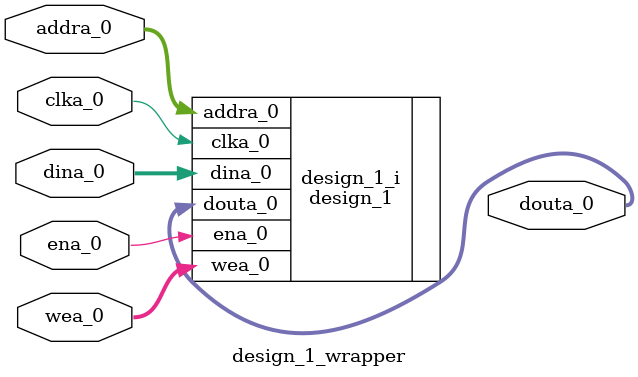
<source format=v>
`timescale 1 ps / 1 ps

module design_1_wrapper
   (addra_0,
    clka_0,
    dina_0,
    douta_0,
    ena_0,
    wea_0);
  input [12:0]addra_0;
  input clka_0;
  input [63:0]dina_0;
  output [63:0]douta_0;
  input ena_0;
  input [7:0]wea_0;

  wire [12:0]addra_0;
  wire clka_0;
  wire [63:0]dina_0;
  wire [63:0]douta_0;
  wire ena_0;
  wire [7:0]wea_0;

  design_1 design_1_i
       (.addra_0(addra_0),
        .clka_0(clka_0),
        .dina_0(dina_0),
        .douta_0(douta_0),
        .ena_0(ena_0),
        .wea_0(wea_0));
endmodule

</source>
